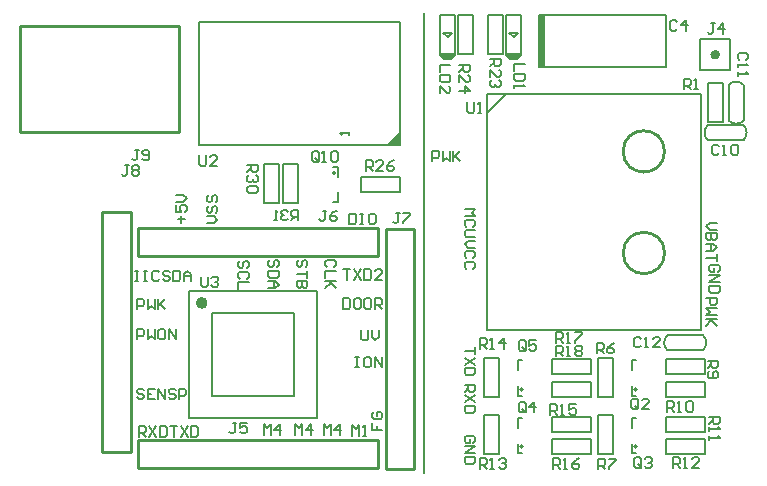
<source format=gto>
%FSLAX25Y25*%
%MOIN*%
G70*
G01*
G75*
G04 Layer_Color=65535*
%ADD10C,0.03150*%
%ADD11R,0.11811X0.04213*%
%ADD12R,0.03500X0.03000*%
%ADD13R,0.03000X0.03500*%
%ADD14R,0.04299X0.02362*%
%ADD15O,0.05906X0.01969*%
%ADD16O,0.01969X0.05906*%
%ADD17O,0.02756X0.09843*%
%ADD18O,0.09843X0.02756*%
%ADD19R,0.04134X0.08661*%
%ADD20R,0.03937X0.04134*%
%ADD21R,0.09449X0.10236*%
%ADD22R,0.37008X0.27559*%
%ADD23C,0.01000*%
%ADD24C,0.02000*%
%ADD25C,0.04000*%
%ADD26C,0.02500*%
%ADD27C,0.03000*%
%ADD28C,0.05000*%
%ADD29R,0.06500X0.22642*%
%ADD30C,0.06000*%
%ADD31O,0.05906X0.15748*%
%ADD32R,0.06000X0.06000*%
%ADD33R,0.06000X0.06000*%
%ADD34O,0.15748X0.05906*%
%ADD35C,0.02500*%
%ADD36C,0.05000*%
%ADD37R,0.10236X0.09449*%
%ADD38R,0.06000X0.05000*%
%ADD39R,0.05000X0.06000*%
%ADD40R,0.01181X0.01772*%
%ADD41R,0.02362X0.04299*%
%ADD42R,0.07874X0.04921*%
%ADD43R,0.05512X0.06299*%
%ADD44R,0.22000X0.13500*%
%ADD45C,0.00500*%
%ADD46C,0.01969*%
%ADD47C,0.01600*%
%ADD48C,0.00600*%
%ADD49C,0.00800*%
%ADD50R,0.01870X0.17323*%
D23*
X190358Y107276D02*
G03*
X190358Y107276I-6890J0D01*
G01*
Y73417D02*
G03*
X190358Y73417I-6890J0D01*
G01*
X-24555Y149216D02*
X28594D01*
X-24555Y113784D02*
Y149216D01*
Y113784D02*
X28594D01*
Y149216D01*
X14736Y72276D02*
X94736D01*
Y81724D01*
X14736D02*
X94736D01*
X14736Y72276D02*
Y81724D01*
X3012Y7100D02*
Y87100D01*
Y7100D02*
X12461D01*
Y87100D01*
X3012D02*
X12461D01*
X97512Y1500D02*
Y81500D01*
Y1500D02*
X106961D01*
Y81500D01*
X97512D02*
X106961D01*
X14736Y1776D02*
X94736D01*
Y11224D01*
X14736D02*
X94736D01*
X14736Y1776D02*
Y11224D01*
D45*
X80779Y100000D02*
G03*
X80779Y100000I-500J0D01*
G01*
X203211Y41025D02*
G03*
X203211Y45975I-2475J2475D01*
G01*
X191261D02*
G03*
X191261Y41025I2475J-2475D01*
G01*
X216711Y129475D02*
G03*
X211761Y129475I-2475J-2475D01*
G01*
Y117525D02*
G03*
X216711Y117525I2475J2475D01*
G01*
X204761Y115975D02*
G03*
X204761Y111025I2475J-2475D01*
G01*
X216711D02*
G03*
X216711Y115975I-2475J2475D01*
G01*
X181193Y8760D02*
G03*
X181193Y8760I-500J0D01*
G01*
Y28000D02*
G03*
X181193Y28000I-500J0D01*
G01*
X143193D02*
G03*
X143193Y28000I-500J0D01*
G01*
Y8760D02*
G03*
X143193Y8760I-500J0D01*
G01*
X89236Y93760D02*
Y98760D01*
X102236Y93760D02*
Y98760D01*
X89236Y93760D02*
X102236D01*
X89236Y98760D02*
X102236D01*
X61736Y90000D02*
Y103000D01*
X56736Y90000D02*
Y103000D01*
Y90000D02*
X61736D01*
X56736Y103000D02*
X61736D01*
X79961Y102165D02*
X81535D01*
Y98872D02*
Y102165D01*
X79961Y90354D02*
X81535D01*
Y93648D01*
X63236Y90000D02*
Y103000D01*
X68236Y90000D02*
Y103000D01*
X63236D02*
X68236D01*
X63236Y90000D02*
X68236D01*
X126496Y139587D02*
Y152587D01*
X121496Y139587D02*
Y152587D01*
Y139587D02*
X126496D01*
X121496Y152587D02*
X126496D01*
X136496Y139587D02*
Y152587D01*
X131496Y139587D02*
Y152587D01*
Y139587D02*
X136496D01*
X131496Y152587D02*
X136496D01*
X190736Y32980D02*
Y37980D01*
X203736Y32980D02*
Y37980D01*
X190736Y32980D02*
X203736D01*
X190736Y37980D02*
X203736D01*
X116881Y138202D02*
X119261D01*
X120496Y139437D01*
Y139587D01*
X118101Y145346D02*
X119514Y146760D01*
X116555D02*
X118035Y145280D01*
X116533Y146760D02*
X119533D01*
X115496Y139587D02*
Y152587D01*
X120496Y139587D02*
Y152587D01*
X115496D02*
X120496D01*
X115496Y139587D02*
X120496D01*
X116742Y138543D02*
X119602D01*
X116269Y139016D02*
X120075D01*
X120496Y139437D01*
X119602Y138543D02*
X120075Y139016D01*
X116269D02*
X116742Y138543D01*
X115638Y139445D02*
X120496D01*
X115638D02*
X116881Y138202D01*
X138881D02*
X141261D01*
X142496Y139437D01*
Y139587D01*
X140101Y145346D02*
X141514Y146760D01*
X138555D02*
X140035Y145280D01*
X138533Y146760D02*
X141533D01*
X137496Y139587D02*
Y152587D01*
X142496Y139587D02*
Y152587D01*
X137496D02*
X142496D01*
X137496Y139587D02*
X142496D01*
X138742Y138543D02*
X141602D01*
X138269Y139016D02*
X142075D01*
X142496Y139437D01*
X141602Y138543D02*
X142075Y139016D01*
X138269D02*
X138742Y138543D01*
X137638Y139445D02*
X142496D01*
X137638D02*
X138881Y138202D01*
X148427Y152661D02*
X150297D01*
X148427Y135339D02*
X150297D01*
X148427D02*
Y152661D01*
X191017Y135339D02*
Y152661D01*
X150297Y135339D02*
Y152661D01*
Y135339D02*
X191017D01*
X150297Y152661D02*
X191017D01*
X191336Y46000D02*
X203136D01*
X191336Y41000D02*
X203136D01*
X152736Y25500D02*
Y30500D01*
X165736Y25500D02*
Y30500D01*
X152736Y25500D02*
X165736D01*
X152736Y30500D02*
X165736D01*
X152736Y32980D02*
Y37980D01*
X165736Y32980D02*
Y37980D01*
X152736Y32980D02*
X165736D01*
X152736Y37980D02*
X165736D01*
X130236Y25480D02*
X135236D01*
X130236Y38480D02*
X135236D01*
Y25480D02*
Y38480D01*
X130236Y25480D02*
Y38480D01*
Y6240D02*
X135236D01*
X130236Y19240D02*
X135236D01*
Y6240D02*
Y19240D01*
X130236Y6240D02*
Y19240D01*
X190736Y6260D02*
Y11260D01*
X203736Y6260D02*
Y11260D01*
X190736Y6260D02*
X203736D01*
X190736Y11260D02*
X203736D01*
X190736Y13740D02*
Y18740D01*
X203736Y13740D02*
Y18740D01*
X190736Y13740D02*
X203736D01*
X190736Y18740D02*
X203736D01*
X190736Y25500D02*
Y30500D01*
X203736Y25500D02*
Y30500D01*
X190736Y25500D02*
X203736D01*
X190736Y30500D02*
X203736D01*
X168236Y6240D02*
X173236D01*
X168236Y19240D02*
X173236D01*
Y6240D02*
Y19240D01*
X168236Y6240D02*
Y19240D01*
Y38480D02*
X173236D01*
X168236Y25480D02*
X173236D01*
X168236D02*
Y38480D01*
X173236Y25480D02*
Y38480D01*
X204736Y130000D02*
X209736D01*
X204736Y117000D02*
X209736D01*
X204736D02*
Y130000D01*
X209736Y117000D02*
Y130000D01*
X211736Y117600D02*
Y129400D01*
X216736Y117600D02*
Y129400D01*
X204836Y111000D02*
X216636D01*
X204836Y116000D02*
X216636D01*
X179437Y15112D02*
Y18406D01*
X181012D01*
X179437Y6594D02*
Y9888D01*
Y6594D02*
X181012D01*
X179437Y34352D02*
Y37646D01*
X181012D01*
X179437Y25835D02*
Y29128D01*
Y25835D02*
X181012D01*
X141437D02*
X143012D01*
X141437D02*
Y29128D01*
Y37646D02*
X143012D01*
X141437Y34352D02*
Y37646D01*
X152736Y11260D02*
X165736D01*
X152736Y6260D02*
X165736D01*
Y11260D01*
X152736Y6260D02*
Y11260D01*
X141437Y6594D02*
X143012D01*
X141437D02*
Y9888D01*
Y18406D02*
X143012D01*
X141437Y15112D02*
Y18406D01*
X152736Y18740D02*
X165736D01*
X152736Y13740D02*
X165736D01*
Y18740D01*
X152736Y13740D02*
Y18740D01*
X15155Y107759D02*
X13989D01*
X14572D01*
Y104843D01*
X13989Y104260D01*
X13406D01*
X12823Y104843D01*
X16322D02*
X16905Y104260D01*
X18071D01*
X18654Y104843D01*
Y107176D01*
X18071Y107759D01*
X16905D01*
X16322Y107176D01*
Y106592D01*
X16905Y106009D01*
X18654D01*
X68323Y84260D02*
Y87759D01*
X66573D01*
X65990Y87176D01*
Y86009D01*
X66573Y85426D01*
X68323D01*
X67156D02*
X65990Y84260D01*
X64824Y87176D02*
X64241Y87759D01*
X63074D01*
X62491Y87176D01*
Y86592D01*
X63074Y86009D01*
X63658D01*
X63074D01*
X62491Y85426D01*
Y84843D01*
X63074Y84260D01*
X64241D01*
X64824Y84843D01*
X61325Y84260D02*
X60159D01*
X60742D01*
Y87759D01*
X61325Y87176D01*
X51323Y102760D02*
X54822D01*
Y101010D01*
X54238Y100427D01*
X53072D01*
X52489Y101010D01*
Y102760D01*
Y101594D02*
X51323Y100427D01*
X54238Y99261D02*
X54822Y98678D01*
Y97512D01*
X54238Y96928D01*
X53655D01*
X53072Y97512D01*
Y98095D01*
Y97512D01*
X52489Y96928D01*
X51906D01*
X51323Y97512D01*
Y98678D01*
X51906Y99261D01*
X54238Y95762D02*
X54822Y95179D01*
Y94013D01*
X54238Y93429D01*
X51906D01*
X51323Y94013D01*
Y95179D01*
X51906Y95762D01*
X54238D01*
X75155Y104343D02*
Y106676D01*
X74572Y107259D01*
X73406D01*
X72823Y106676D01*
Y104343D01*
X73406Y103760D01*
X74572D01*
X73989Y104926D02*
X75155Y103760D01*
X74572D02*
X75155Y104343D01*
X76322Y103760D02*
X77488D01*
X76905D01*
Y107259D01*
X76322Y106676D01*
X79237D02*
X79821Y107259D01*
X80987D01*
X81570Y106676D01*
Y104343D01*
X80987Y103760D01*
X79821D01*
X79237Y104343D01*
Y106676D01*
X35823Y65499D02*
Y62583D01*
X36406Y62000D01*
X37572D01*
X38155Y62583D01*
Y65499D01*
X39322Y64916D02*
X39905Y65499D01*
X41071D01*
X41654Y64916D01*
Y64333D01*
X41071Y63749D01*
X40488D01*
X41071D01*
X41654Y63166D01*
Y62583D01*
X41071Y62000D01*
X39905D01*
X39322Y62583D01*
X35323Y105999D02*
Y103083D01*
X35906Y102500D01*
X37072D01*
X37655Y103083D01*
Y105999D01*
X41154Y102500D02*
X38822D01*
X41154Y104833D01*
Y105416D01*
X40571Y105999D01*
X39405D01*
X38822Y105416D01*
X90823Y100760D02*
Y104259D01*
X92572D01*
X93155Y103676D01*
Y102509D01*
X92572Y101926D01*
X90823D01*
X91989D02*
X93155Y100760D01*
X96654D02*
X94322D01*
X96654Y103092D01*
Y103676D01*
X96071Y104259D01*
X94905D01*
X94322Y103676D01*
X100153Y104259D02*
X98987Y103676D01*
X97821Y102509D01*
Y101343D01*
X98404Y100760D01*
X99570D01*
X100153Y101343D01*
Y101926D01*
X99570Y102509D01*
X97821D01*
X11733Y102699D02*
X10566D01*
X11149D01*
Y99783D01*
X10566Y99200D01*
X9983D01*
X9400Y99783D01*
X12899Y102116D02*
X13482Y102699D01*
X14648D01*
X15232Y102116D01*
Y101533D01*
X14648Y100949D01*
X15232Y100366D01*
Y99783D01*
X14648Y99200D01*
X13482D01*
X12899Y99783D01*
Y100366D01*
X13482Y100949D01*
X12899Y101533D01*
Y102116D01*
X13482Y100949D02*
X14648D01*
X102155Y86759D02*
X100989D01*
X101572D01*
Y83843D01*
X100989Y83260D01*
X100406D01*
X99823Y83843D01*
X103322Y86759D02*
X105654D01*
Y86176D01*
X103322Y83843D01*
Y83260D01*
X77655Y87499D02*
X76489D01*
X77072D01*
Y84583D01*
X76489Y84000D01*
X75906D01*
X75323Y84583D01*
X81154Y87499D02*
X79988Y86916D01*
X78822Y85749D01*
Y84583D01*
X79405Y84000D01*
X80571D01*
X81154Y84583D01*
Y85166D01*
X80571Y85749D01*
X78822D01*
X47655Y16759D02*
X46489D01*
X47072D01*
Y13843D01*
X46489Y13260D01*
X45906D01*
X45323Y13843D01*
X51154Y16759D02*
X48822D01*
Y15009D01*
X49988Y15592D01*
X50571D01*
X51154Y15009D01*
Y13843D01*
X50571Y13260D01*
X49405D01*
X48822Y13843D01*
X121996Y136087D02*
X125495D01*
Y134337D01*
X124912Y133754D01*
X123746D01*
X123162Y134337D01*
Y136087D01*
Y134920D02*
X121996Y133754D01*
Y130255D02*
Y132588D01*
X124329Y130255D01*
X124912D01*
X125495Y130838D01*
Y132005D01*
X124912Y132588D01*
X121996Y127339D02*
X125495D01*
X123746Y129089D01*
Y126756D01*
X132236Y138000D02*
X135735D01*
Y136251D01*
X135152Y135667D01*
X133986D01*
X133403Y136251D01*
Y138000D01*
Y136834D02*
X132236Y135667D01*
Y132169D02*
Y134501D01*
X134569Y132169D01*
X135152D01*
X135735Y132752D01*
Y133918D01*
X135152Y134501D01*
Y131002D02*
X135735Y130419D01*
Y129253D01*
X135152Y128670D01*
X134569D01*
X133986Y129253D01*
Y129836D01*
Y129253D01*
X133403Y128670D01*
X132819D01*
X132236Y129253D01*
Y130419D01*
X132819Y131002D01*
X207069Y149979D02*
X205903D01*
X206486D01*
Y147063D01*
X205903Y146480D01*
X205319D01*
X204736Y147063D01*
X209984Y146480D02*
Y149979D01*
X208235Y148230D01*
X210568D01*
X153236Y1480D02*
Y4979D01*
X154986D01*
X155569Y4396D01*
Y3230D01*
X154986Y2647D01*
X153236D01*
X154402D02*
X155569Y1480D01*
X156735D02*
X157901D01*
X157318D01*
Y4979D01*
X156735Y4396D01*
X161983Y4979D02*
X160817Y4396D01*
X159651Y3230D01*
Y2063D01*
X160234Y1480D01*
X161400D01*
X161983Y2063D01*
Y2647D01*
X161400Y3230D01*
X159651D01*
X152236Y19480D02*
Y22979D01*
X153986D01*
X154569Y22396D01*
Y21230D01*
X153986Y20647D01*
X152236D01*
X153402D02*
X154569Y19480D01*
X155735D02*
X156901D01*
X156318D01*
Y22979D01*
X155735Y22396D01*
X160983Y22979D02*
X158651D01*
Y21230D01*
X159817Y21813D01*
X160400D01*
X160983Y21230D01*
Y20064D01*
X160400Y19480D01*
X159234D01*
X158651Y20064D01*
X128736Y1500D02*
Y4999D01*
X130486D01*
X131069Y4416D01*
Y3249D01*
X130486Y2666D01*
X128736D01*
X129903D02*
X131069Y1500D01*
X132235D02*
X133401D01*
X132818D01*
Y4999D01*
X132235Y4416D01*
X135151D02*
X135734Y4999D01*
X136900D01*
X137483Y4416D01*
Y3833D01*
X136900Y3249D01*
X136317D01*
X136900D01*
X137483Y2666D01*
Y2083D01*
X136900Y1500D01*
X135734D01*
X135151Y2083D01*
X193236Y1760D02*
Y5259D01*
X194986D01*
X195569Y4676D01*
Y3509D01*
X194986Y2926D01*
X193236D01*
X194403D02*
X195569Y1760D01*
X196735D02*
X197901D01*
X197318D01*
Y5259D01*
X196735Y4676D01*
X201983Y1760D02*
X199651D01*
X201983Y4092D01*
Y4676D01*
X201400Y5259D01*
X200234D01*
X199651Y4676D01*
X205236Y18740D02*
X208735D01*
Y16991D01*
X208152Y16408D01*
X206986D01*
X206402Y16991D01*
Y18740D01*
Y17574D02*
X205236Y16408D01*
Y15241D02*
Y14075D01*
Y14658D01*
X208735D01*
X208152Y15241D01*
X205236Y12326D02*
Y11159D01*
Y11742D01*
X208735D01*
X208152Y12326D01*
X191236Y20500D02*
Y23999D01*
X192986D01*
X193569Y23416D01*
Y22249D01*
X192986Y21666D01*
X191236D01*
X192403D02*
X193569Y20500D01*
X194735D02*
X195901D01*
X195318D01*
Y23999D01*
X194735Y23416D01*
X197651D02*
X198234Y23999D01*
X199400D01*
X199983Y23416D01*
Y21083D01*
X199400Y20500D01*
X198234D01*
X197651Y21083D01*
Y23416D01*
X204736Y37480D02*
X208235D01*
Y35731D01*
X207652Y35148D01*
X206486D01*
X205903Y35731D01*
Y37480D01*
Y36314D02*
X204736Y35148D01*
X205319Y33981D02*
X204736Y33398D01*
Y32232D01*
X205319Y31649D01*
X207652D01*
X208235Y32232D01*
Y33398D01*
X207652Y33981D01*
X207069D01*
X206486Y33398D01*
Y31649D01*
X168354Y1347D02*
Y4845D01*
X170104D01*
X170687Y4262D01*
Y3096D01*
X170104Y2513D01*
X168354D01*
X169521D02*
X170687Y1347D01*
X171853Y4845D02*
X174186D01*
Y4262D01*
X171853Y1930D01*
Y1347D01*
X167736Y39980D02*
Y43479D01*
X169486D01*
X170069Y42896D01*
Y41730D01*
X169486Y41147D01*
X167736D01*
X168903D02*
X170069Y39980D01*
X173568Y43479D02*
X172401Y42896D01*
X171235Y41730D01*
Y40563D01*
X171818Y39980D01*
X172985D01*
X173568Y40563D01*
Y41147D01*
X172985Y41730D01*
X171235D01*
X144069Y20843D02*
Y23176D01*
X143486Y23759D01*
X142319D01*
X141736Y23176D01*
Y20843D01*
X142319Y20260D01*
X143486D01*
X142903Y21426D02*
X144069Y20260D01*
X143486D02*
X144069Y20843D01*
X146985Y20260D02*
Y23759D01*
X145235Y22009D01*
X147568D01*
X182569Y2343D02*
Y4676D01*
X181986Y5259D01*
X180819D01*
X180236Y4676D01*
Y2343D01*
X180819Y1760D01*
X181986D01*
X181403Y2926D02*
X182569Y1760D01*
X181986D02*
X182569Y2343D01*
X183735Y4676D02*
X184318Y5259D01*
X185485D01*
X186068Y4676D01*
Y4092D01*
X185485Y3509D01*
X184901D01*
X185485D01*
X186068Y2926D01*
Y2343D01*
X185485Y1760D01*
X184318D01*
X183735Y2343D01*
X181687Y21930D02*
Y24262D01*
X181104Y24845D01*
X179938D01*
X179354Y24262D01*
Y21930D01*
X179938Y21347D01*
X181104D01*
X180521Y22513D02*
X181687Y21347D01*
X181104D02*
X181687Y21930D01*
X185186Y21347D02*
X182853D01*
X185186Y23679D01*
Y24262D01*
X184603Y24845D01*
X183436D01*
X182853Y24262D01*
X194569Y150416D02*
X193986Y150999D01*
X192819D01*
X192236Y150416D01*
Y148083D01*
X192819Y147500D01*
X193986D01*
X194569Y148083D01*
X197485Y147500D02*
Y150999D01*
X195735Y149249D01*
X198068D01*
X182569Y44896D02*
X181986Y45479D01*
X180819D01*
X180236Y44896D01*
Y42564D01*
X180819Y41980D01*
X181986D01*
X182569Y42564D01*
X183735Y41980D02*
X184901D01*
X184318D01*
Y45479D01*
X183735Y44896D01*
X188983Y41980D02*
X186651D01*
X188983Y44313D01*
Y44896D01*
X188400Y45479D01*
X187234D01*
X186651Y44896D01*
X208569Y108916D02*
X207986Y109499D01*
X206819D01*
X206236Y108916D01*
Y106583D01*
X206819Y106000D01*
X207986D01*
X208569Y106583D01*
X209735Y106000D02*
X210901D01*
X210318D01*
Y109499D01*
X209735Y108916D01*
X212651D02*
X213234Y109499D01*
X214400D01*
X214983Y108916D01*
Y106583D01*
X214400Y106000D01*
X213234D01*
X212651Y106583D01*
Y108916D01*
X217652Y137667D02*
X218235Y138251D01*
Y139417D01*
X217652Y140000D01*
X215319D01*
X214736Y139417D01*
Y138251D01*
X215319Y137667D01*
X214736Y136501D02*
Y135335D01*
Y135918D01*
X218235D01*
X217652Y136501D01*
X214736Y133585D02*
Y132419D01*
Y133002D01*
X218235D01*
X217652Y133585D01*
X118995Y136087D02*
X115496D01*
Y133754D01*
X118995Y132588D02*
X115496D01*
Y130838D01*
X116079Y130255D01*
X118412D01*
X118995Y130838D01*
Y132588D01*
X115496Y126756D02*
Y129089D01*
X117829Y126756D01*
X118412D01*
X118995Y127339D01*
Y128506D01*
X118412Y129089D01*
X143735Y136500D02*
X140236D01*
Y134167D01*
X143735Y133001D02*
X140236D01*
Y131252D01*
X140819Y130669D01*
X143152D01*
X143735Y131252D01*
Y133001D01*
X140236Y129502D02*
Y128336D01*
Y128919D01*
X143735D01*
X143152Y129502D01*
X144069Y41323D02*
Y43656D01*
X143486Y44239D01*
X142319D01*
X141736Y43656D01*
Y41323D01*
X142319Y40740D01*
X143486D01*
X142903Y41906D02*
X144069Y40740D01*
X143486D02*
X144069Y41323D01*
X147568Y44239D02*
X145235D01*
Y42490D01*
X146401Y43073D01*
X146985D01*
X147568Y42490D01*
Y41323D01*
X146985Y40740D01*
X145818D01*
X145235Y41323D01*
X128736Y41500D02*
Y44999D01*
X130486D01*
X131069Y44416D01*
Y43249D01*
X130486Y42666D01*
X128736D01*
X129903D02*
X131069Y41500D01*
X132235D02*
X133401D01*
X132818D01*
Y44999D01*
X132235Y44416D01*
X136900Y41500D02*
Y44999D01*
X135151Y43249D01*
X137483D01*
X154236Y43500D02*
Y46999D01*
X155986D01*
X156569Y46416D01*
Y45249D01*
X155986Y44666D01*
X154236D01*
X155403D02*
X156569Y43500D01*
X157735D02*
X158901D01*
X158318D01*
Y46999D01*
X157735Y46416D01*
X160651Y46999D02*
X162983D01*
Y46416D01*
X160651Y44083D01*
Y43500D01*
X154236Y39000D02*
Y42499D01*
X155986D01*
X156569Y41916D01*
Y40749D01*
X155986Y40166D01*
X154236D01*
X155403D02*
X156569Y39000D01*
X157735D02*
X158901D01*
X158318D01*
Y42499D01*
X157735Y41916D01*
X160651D02*
X161234Y42499D01*
X162400D01*
X162983Y41916D01*
Y41333D01*
X162400Y40749D01*
X162983Y40166D01*
Y39583D01*
X162400Y39000D01*
X161234D01*
X160651Y39583D01*
Y40166D01*
X161234Y40749D01*
X160651Y41333D01*
Y41916D01*
X161234Y40749D02*
X162400D01*
X196736Y128000D02*
Y131499D01*
X198486D01*
X199069Y130916D01*
Y129749D01*
X198486Y129166D01*
X196736D01*
X197903D02*
X199069Y128000D01*
X200235D02*
X201401D01*
X200818D01*
Y131499D01*
X200235Y130916D01*
X124623Y123659D02*
Y120743D01*
X125206Y120160D01*
X126372D01*
X126955Y120743D01*
Y123659D01*
X128122Y120160D02*
X129288D01*
X128705D01*
Y123659D01*
X128122Y123076D01*
X13823Y67499D02*
X14989D01*
X14406D01*
Y64000D01*
X13823D01*
X14989D01*
X16738Y67499D02*
X17905D01*
X17322D01*
Y64000D01*
X16738D01*
X17905D01*
X21987Y66916D02*
X21404Y67499D01*
X20237D01*
X19654Y66916D01*
Y64583D01*
X20237Y64000D01*
X21404D01*
X21987Y64583D01*
X25486Y66916D02*
X24903Y67499D01*
X23736D01*
X23153Y66916D01*
Y66333D01*
X23736Y65749D01*
X24903D01*
X25486Y65166D01*
Y64583D01*
X24903Y64000D01*
X23736D01*
X23153Y64583D01*
X26652Y67499D02*
Y64000D01*
X28401D01*
X28985Y64583D01*
Y66916D01*
X28401Y67499D01*
X26652D01*
X30151Y64000D02*
Y66333D01*
X31317Y67499D01*
X32483Y66333D01*
Y64000D01*
Y65749D01*
X30151D01*
X92824Y16833D02*
Y14500D01*
X94573D01*
Y15666D01*
Y14500D01*
X96323D01*
X93407Y20332D02*
X92824Y19748D01*
Y18582D01*
X93407Y17999D01*
X95740D01*
X96323Y18582D01*
Y19748D01*
X95740Y20332D01*
X94573D01*
Y19165D01*
X85323Y86499D02*
Y83000D01*
X87072D01*
X87655Y83583D01*
Y85916D01*
X87072Y86499D01*
X85323D01*
X88822D02*
X89988D01*
X89405D01*
Y83000D01*
X88822D01*
X89988D01*
X93487Y86499D02*
X92321D01*
X91737Y85916D01*
Y83583D01*
X92321Y83000D01*
X93487D01*
X94070Y83583D01*
Y85916D01*
X93487Y86499D01*
X80238Y68667D02*
X80822Y69251D01*
Y70417D01*
X80238Y71000D01*
X77906D01*
X77323Y70417D01*
Y69251D01*
X77906Y68667D01*
X80822Y67501D02*
X77323D01*
Y65169D01*
X80822Y64002D02*
X77323D01*
X78489D01*
X80822Y61670D01*
X79072Y63419D01*
X77323Y61670D01*
X85264Y112752D02*
Y113752D01*
Y113252D01*
X82265D01*
X82765Y112752D01*
X123736Y88000D02*
X127235D01*
X126069Y86834D01*
X127235Y85667D01*
X123736D01*
X126652Y82169D02*
X127235Y82752D01*
Y83918D01*
X126652Y84501D01*
X124319D01*
X123736Y83918D01*
Y82752D01*
X124319Y82169D01*
X127235Y81002D02*
X124319D01*
X123736Y80419D01*
Y79253D01*
X124319Y78670D01*
X127235D01*
Y77503D02*
X124902D01*
X123736Y76337D01*
X124902Y75171D01*
X127235D01*
X126652Y71672D02*
X127235Y72255D01*
Y73421D01*
X126652Y74005D01*
X124319D01*
X123736Y73421D01*
Y72255D01*
X124319Y71672D01*
X126652Y68173D02*
X127235Y68756D01*
Y69923D01*
X126652Y70506D01*
X124319D01*
X123736Y69923D01*
Y68756D01*
X124319Y68173D01*
X126652Y10167D02*
X127235Y10751D01*
Y11917D01*
X126652Y12500D01*
X124319D01*
X123736Y11917D01*
Y10751D01*
X124319Y10167D01*
X125486D01*
Y11334D01*
X123736Y9001D02*
X127235D01*
X123736Y6669D01*
X127235D01*
Y5502D02*
X123736D01*
Y3753D01*
X124319Y3170D01*
X126652D01*
X127235Y3753D01*
Y5502D01*
X123736Y29500D02*
X127235D01*
Y27751D01*
X126652Y27167D01*
X125486D01*
X124902Y27751D01*
Y29500D01*
Y28334D02*
X123736Y27167D01*
X127235Y26001D02*
X123736Y23668D01*
X127235D02*
X123736Y26001D01*
X127235Y22502D02*
X123736D01*
Y20753D01*
X124319Y20170D01*
X126652D01*
X127235Y20753D01*
Y22502D01*
Y42000D02*
Y39667D01*
Y40834D01*
X123736D01*
X127235Y38501D02*
X123736Y36169D01*
X127235D02*
X123736Y38501D01*
X127235Y35002D02*
X123736D01*
Y33253D01*
X124319Y32670D01*
X126652D01*
X127235Y33253D01*
Y35002D01*
X204236Y58500D02*
X207735D01*
Y56751D01*
X207152Y56167D01*
X205986D01*
X205402Y56751D01*
Y58500D01*
X207735Y55001D02*
X204236D01*
X205402Y53835D01*
X204236Y52669D01*
X207735D01*
Y51502D02*
X204236D01*
X205402D01*
X207735Y49170D01*
X205986Y50919D01*
X204236Y49170D01*
X208152Y67167D02*
X208735Y67751D01*
Y68917D01*
X208152Y69500D01*
X205819D01*
X205236Y68917D01*
Y67751D01*
X205819Y67167D01*
X206986D01*
Y68334D01*
X205236Y66001D02*
X208735D01*
X205236Y63669D01*
X208735D01*
Y62502D02*
X205236D01*
Y60753D01*
X205819Y60170D01*
X208152D01*
X208735Y60753D01*
Y62502D01*
X207735Y83500D02*
X205402D01*
X204236Y82334D01*
X205402Y81167D01*
X207735D01*
Y80001D02*
X204236D01*
Y78252D01*
X204819Y77669D01*
X205402D01*
X205986Y78252D01*
Y80001D01*
Y78252D01*
X206569Y77669D01*
X207152D01*
X207735Y78252D01*
Y80001D01*
X204236Y76502D02*
X206569D01*
X207735Y75336D01*
X206569Y74170D01*
X204236D01*
X205986D01*
Y76502D01*
X207735Y73003D02*
Y70671D01*
Y71837D01*
X204236D01*
X25583Y15672D02*
X27915D01*
X26749D01*
Y12173D01*
X29081Y15672D02*
X31414Y12173D01*
Y15672D02*
X29081Y12173D01*
X32580Y15672D02*
Y12173D01*
X34330D01*
X34913Y12756D01*
Y15089D01*
X34330Y15672D01*
X32580D01*
X15083Y12173D02*
Y15672D01*
X16832D01*
X17415Y15089D01*
Y13923D01*
X16832Y13340D01*
X15083D01*
X16249D02*
X17415Y12173D01*
X18582Y15672D02*
X20914Y12173D01*
Y15672D02*
X18582Y12173D01*
X22080Y15672D02*
Y12173D01*
X23830D01*
X24413Y12756D01*
Y15089D01*
X23830Y15672D01*
X22080D01*
X113000Y104000D02*
Y107499D01*
X114749D01*
X115333Y106916D01*
Y105749D01*
X114749Y105166D01*
X113000D01*
X116499Y107499D02*
Y104000D01*
X117665Y105166D01*
X118831Y104000D01*
Y107499D01*
X119998D02*
Y104000D01*
Y105166D01*
X122330Y107499D01*
X120581Y105749D01*
X122330Y104000D01*
X14683Y54573D02*
Y58072D01*
X16432D01*
X17015Y57489D01*
Y56323D01*
X16432Y55739D01*
X14683D01*
X18181Y58072D02*
Y54573D01*
X19348Y55739D01*
X20514Y54573D01*
Y58072D01*
X21680D02*
Y54573D01*
Y55739D01*
X24013Y58072D01*
X22264Y56323D01*
X24013Y54573D01*
X29273Y83560D02*
Y85892D01*
X28107Y84726D02*
X30440D01*
X27524Y89391D02*
Y87059D01*
X29273D01*
X28690Y88225D01*
Y88808D01*
X29273Y89391D01*
X30440D01*
X31023Y88808D01*
Y87642D01*
X30440Y87059D01*
X27524Y90558D02*
X29857D01*
X31023Y91724D01*
X29857Y92890D01*
X27524D01*
X56823Y12760D02*
Y16259D01*
X57989Y15092D01*
X59155Y16259D01*
Y12760D01*
X62071D02*
Y16259D01*
X60322Y14509D01*
X62654D01*
X67323Y12760D02*
Y16259D01*
X68489Y15092D01*
X69655Y16259D01*
Y12760D01*
X72571D02*
Y16259D01*
X70822Y14509D01*
X73154D01*
X76823Y12760D02*
Y16259D01*
X77989Y15092D01*
X79155Y16259D01*
Y12760D01*
X82071D02*
Y16259D01*
X80322Y14509D01*
X82654D01*
X86323Y12500D02*
Y15999D01*
X87489Y14833D01*
X88655Y15999D01*
Y12500D01*
X89822D02*
X90988D01*
X90405D01*
Y15999D01*
X89822Y15416D01*
X16915Y27589D02*
X16332Y28172D01*
X15166D01*
X14583Y27589D01*
Y27006D01*
X15166Y26423D01*
X16332D01*
X16915Y25839D01*
Y25256D01*
X16332Y24673D01*
X15166D01*
X14583Y25256D01*
X20414Y28172D02*
X18081D01*
Y24673D01*
X20414D01*
X18081Y26423D02*
X19248D01*
X21580Y24673D02*
Y28172D01*
X23913Y24673D01*
Y28172D01*
X27412Y27589D02*
X26829Y28172D01*
X25662D01*
X25079Y27589D01*
Y27006D01*
X25662Y26423D01*
X26829D01*
X27412Y25839D01*
Y25256D01*
X26829Y24673D01*
X25662D01*
X25079Y25256D01*
X28578Y24673D02*
Y28172D01*
X30328D01*
X30911Y27589D01*
Y26423D01*
X30328Y25839D01*
X28578D01*
X14683Y44573D02*
Y48072D01*
X16432D01*
X17015Y47489D01*
Y46323D01*
X16432Y45739D01*
X14683D01*
X18181Y48072D02*
Y44573D01*
X19348Y45739D01*
X20514Y44573D01*
Y48072D01*
X21680Y47489D02*
X22264Y48072D01*
X23430D01*
X24013Y47489D01*
Y45156D01*
X23430Y44573D01*
X22264D01*
X21680Y45156D01*
Y47489D01*
X25179Y44573D02*
Y48072D01*
X27512Y44573D01*
Y48072D01*
X89323Y47759D02*
Y44843D01*
X89906Y44260D01*
X91072D01*
X91655Y44843D01*
Y47759D01*
X92822D02*
Y45426D01*
X93988Y44260D01*
X95154Y45426D01*
Y47759D01*
X87323Y38759D02*
X88489D01*
X87906D01*
Y35260D01*
X87323D01*
X88489D01*
X91988Y38759D02*
X90822D01*
X90238Y38176D01*
Y35843D01*
X90822Y35260D01*
X91988D01*
X92571Y35843D01*
Y38176D01*
X91988Y38759D01*
X93737Y35260D02*
Y38759D01*
X96070Y35260D01*
Y38759D01*
X83323Y58259D02*
Y54760D01*
X85072D01*
X85655Y55343D01*
Y57676D01*
X85072Y58259D01*
X83323D01*
X88571D02*
X87405D01*
X86822Y57676D01*
Y55343D01*
X87405Y54760D01*
X88571D01*
X89154Y55343D01*
Y57676D01*
X88571Y58259D01*
X92070D02*
X90904D01*
X90321Y57676D01*
Y55343D01*
X90904Y54760D01*
X92070D01*
X92653Y55343D01*
Y57676D01*
X92070Y58259D01*
X93819Y54760D02*
Y58259D01*
X95569D01*
X96152Y57676D01*
Y56509D01*
X95569Y55926D01*
X93819D01*
X94986D02*
X96152Y54760D01*
X83323Y67999D02*
X85655D01*
X84489D01*
Y64500D01*
X86822Y67999D02*
X89154Y64500D01*
Y67999D02*
X86822Y64500D01*
X90321Y67999D02*
Y64500D01*
X92070D01*
X92653Y65083D01*
Y67416D01*
X92070Y67999D01*
X90321D01*
X96152Y64500D02*
X93819D01*
X96152Y66833D01*
Y67416D01*
X95569Y67999D01*
X94403D01*
X93819Y67416D01*
X37824Y83260D02*
X40156D01*
X41323Y84426D01*
X40156Y85592D01*
X37824D01*
X38407Y89091D02*
X37824Y88508D01*
Y87342D01*
X38407Y86759D01*
X38990D01*
X39573Y87342D01*
Y88508D01*
X40156Y89091D01*
X40740D01*
X41323Y88508D01*
Y87342D01*
X40740Y86759D01*
X38407Y92590D02*
X37824Y92007D01*
Y90841D01*
X38407Y90258D01*
X38990D01*
X39573Y90841D01*
Y92007D01*
X40156Y92590D01*
X40740D01*
X41323Y92007D01*
Y90841D01*
X40740Y90258D01*
X51116Y68367D02*
X51699Y68951D01*
Y70117D01*
X51116Y70700D01*
X50533D01*
X49949Y70117D01*
Y68951D01*
X49366Y68367D01*
X48783D01*
X48200Y68951D01*
Y70117D01*
X48783Y70700D01*
X51116Y64869D02*
X51699Y65452D01*
Y66618D01*
X51116Y67201D01*
X48783D01*
X48200Y66618D01*
Y65452D01*
X48783Y64869D01*
X51699Y63702D02*
X48200D01*
Y61370D01*
X61238Y68667D02*
X61822Y69251D01*
Y70417D01*
X61238Y71000D01*
X60655D01*
X60072Y70417D01*
Y69251D01*
X59489Y68667D01*
X58906D01*
X58323Y69251D01*
Y70417D01*
X58906Y71000D01*
X61822Y67501D02*
X58323D01*
Y65752D01*
X58906Y65169D01*
X61238D01*
X61822Y65752D01*
Y67501D01*
X58323Y64002D02*
X60655D01*
X61822Y62836D01*
X60655Y61670D01*
X58323D01*
X60072D01*
Y64002D01*
X70739Y68667D02*
X71322Y69251D01*
Y70417D01*
X70739Y71000D01*
X70155D01*
X69572Y70417D01*
Y69251D01*
X68989Y68667D01*
X68406D01*
X67823Y69251D01*
Y70417D01*
X68406Y71000D01*
X71322Y67501D02*
Y65169D01*
Y66335D01*
X67823D01*
X71322Y64002D02*
X67823D01*
Y62253D01*
X68406Y61670D01*
X68989D01*
X69572Y62253D01*
Y64002D01*
Y62253D01*
X70155Y61670D01*
X70739D01*
X71322Y62253D01*
Y64002D01*
D46*
X37072Y56748D02*
G03*
X37072Y56748I-984J0D01*
G01*
D47*
X208024Y139500D02*
G03*
X208024Y139500I-787J0D01*
G01*
D48*
X102116Y109413D02*
Y150358D01*
X35181Y109413D02*
Y150358D01*
X102110D01*
X35181Y109413D02*
X102110D01*
X98176D02*
X102116Y113353D01*
X99004Y109674D02*
X101959Y112629D01*
X99004Y109674D02*
X99437D01*
X101801Y112038D01*
Y111447D02*
Y112038D01*
X100067Y109713D02*
X101801Y111447D01*
X101919Y110934D02*
Y111053D01*
X100658Y109674D02*
X101919Y110934D01*
X101959Y110225D02*
Y110462D01*
X101328Y109595D02*
X101959Y110225D01*
D49*
X110236Y0D02*
Y153543D01*
X67016Y25721D02*
Y53280D01*
X39457D02*
X67016D01*
X39457Y25721D02*
X67016D01*
X39457D02*
Y53280D01*
X31976Y18240D02*
Y60760D01*
X74496Y18240D02*
Y60760D01*
X31976D02*
X74496D01*
X31976Y18240D02*
X74496D01*
X131106Y47630D02*
X202366D01*
X131106D02*
Y126370D01*
X202366Y47630D02*
Y126370D01*
X131106D02*
X202366D01*
X131106Y119940D02*
X137536Y126370D01*
X202118Y134382D02*
Y144618D01*
Y134382D02*
X212354D01*
Y144618D01*
X202118D02*
X212354D01*
D50*
X149362Y144000D02*
D03*
M02*

</source>
